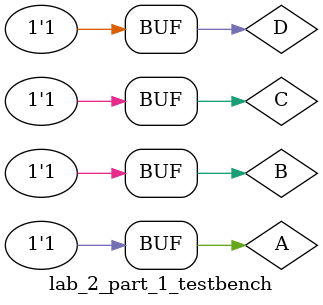
<source format=v>
`timescale 1ns / 1ps


module lab_2_part_1(
    input A,
    input B,
    input C,
    input D,
    output F
    );
    wire X,Y;
    and(X, A, B);
    and(Y, C, D);
    or(F, X, Y);
endmodule

module lab_2_part_1_testbench;

    wire F;
    reg A, B, C, D;
    
    lab_2_part_1   dut(A, B, C, D, F);
    //Lab_2_Part_1   dut2(A, B, C, D, F);
    
    initial begin
        A = 1'b0; B = 1'b0; C = 1'b0; D = 1'b0;
        #10;
        A = 1'b0; B = 1'b0; C = 1'b0; D = 1'b1;
        #10;
        A = 1'b0; B = 1'b0; C = 1'b1; D = 1'b0;
        #10;
        A = 1'b0; B = 1'b0; C = 1'b1; D = 1'b1;
        #10;
        A = 1'b0; B = 1'b1; C = 1'b0; D = 1'b0;
        #10;
        A = 1'b0; B = 1'b1; C = 1'b0; D = 1'b1;
        #10;
        A = 1'b0; B = 1'b1; C = 1'b1; D = 1'b0;
        #10;
        A = 1'b0; B = 1'b1; C = 1'b1; D = 1'b1;
        #10;
        A = 1'b1; B = 1'b0; C = 1'b0; D = 1'b0;
        #10;
        A = 1'b1; B = 1'b0; C = 1'b0; D = 1'b1;
        #10;
        A = 1'b1; B = 1'b0; C = 1'b1; D = 1'b0;
        #10;
        A = 1'b1; B = 1'b0; C = 1'b1; D = 1'b1;
        #10;
        A = 1'b1; B = 1'b1; C = 1'b0; D = 1'b0;
        #10;
        A = 1'b1; B = 1'b1; C = 1'b0; D = 1'b1;
        #10
        A = 1'b1; B = 1'b1; C = 1'b1; D = 1'b0;
        #10
        A = 1'b1; B = 1'b1; C = 1'b1; D = 1'b1;
        
end
endmodule
</source>
